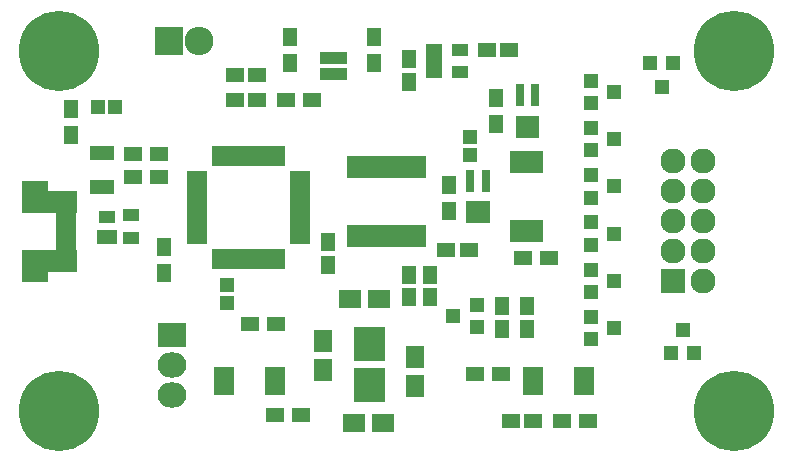
<source format=gts>
G04 #@! TF.FileFunction,Soldermask,Top*
%FSLAX46Y46*%
G04 Gerber Fmt 4.6, Leading zero omitted, Abs format (unit mm)*
G04 Created by KiCad (PCBNEW 4.0.4-stable) date 03/04/17 14:03:53*
%MOMM*%
%LPD*%
G01*
G04 APERTURE LIST*
%ADD10C,0.100000*%
%ADD11R,1.300000X1.600000*%
%ADD12R,1.150000X1.600000*%
%ADD13R,1.650000X1.900000*%
%ADD14R,1.600000X1.150000*%
%ADD15R,1.900000X1.650000*%
%ADD16R,1.600000X1.300000*%
%ADD17R,1.460000X1.050000*%
%ADD18R,1.700000X0.650000*%
%ADD19R,0.650000X1.700000*%
%ADD20R,0.850000X1.850000*%
%ADD21R,1.200100X1.200100*%
%ADD22R,1.250000X1.050000*%
%ADD23R,2.432000X2.432000*%
%ADD24O,2.432000X2.432000*%
%ADD25R,2.432000X2.127200*%
%ADD26O,2.432000X2.127200*%
%ADD27R,1.197560X1.197560*%
%ADD28R,1.800000X2.400000*%
%ADD29R,1.780000X0.850000*%
%ADD30R,2.500000X1.875000*%
%ADD31R,2.300000X2.775000*%
%ADD32R,1.400000X1.000000*%
%ADD33R,1.700000X1.300000*%
%ADD34R,0.740000X2.900000*%
%ADD35C,6.800000*%
%ADD36R,1.150000X1.200000*%
%ADD37R,2.100000X1.300000*%
%ADD38R,2.127200X2.127200*%
%ADD39O,2.127200X2.127200*%
%ADD40R,0.800000X1.900000*%
G04 APERTURE END LIST*
D10*
D11*
X51976500Y-63471500D03*
X51976500Y-65671500D03*
D12*
X80615000Y-61140000D03*
X80615000Y-59240000D03*
D13*
X73376000Y-85570000D03*
X73376000Y-83070000D03*
D14*
X87221500Y-58412000D03*
X89121500Y-58412000D03*
D15*
X78436000Y-90035000D03*
X75936000Y-90035000D03*
D13*
X81123000Y-86903500D03*
X81123000Y-84403500D03*
D14*
X91153500Y-89844500D03*
X89253500Y-89844500D03*
D12*
X73757000Y-74734000D03*
X73757000Y-76634000D03*
D14*
X83792500Y-75366500D03*
X85692500Y-75366500D03*
D15*
X78118500Y-79494000D03*
X75618500Y-79494000D03*
D12*
X88489000Y-80131500D03*
X88489000Y-82031500D03*
X90648000Y-80131500D03*
X90648000Y-82031500D03*
D11*
X59914000Y-77292000D03*
X59914000Y-75092000D03*
D16*
X88446000Y-85844000D03*
X86246000Y-85844000D03*
D11*
X70518500Y-59575500D03*
X70518500Y-57375500D03*
X77630500Y-59575500D03*
X77630500Y-57375500D03*
D17*
X82710500Y-58417000D03*
X82710500Y-59367000D03*
X82710500Y-60317000D03*
X84910500Y-60317000D03*
X84910500Y-58417000D03*
D18*
X62676000Y-69060500D03*
X62676000Y-69560500D03*
X62676000Y-70060500D03*
X62676000Y-70560500D03*
X62676000Y-71060500D03*
X62676000Y-71560500D03*
X62676000Y-72060500D03*
X62676000Y-72560500D03*
X62676000Y-73060500D03*
X62676000Y-73560500D03*
X62676000Y-74060500D03*
X62676000Y-74560500D03*
D19*
X64276000Y-76160500D03*
X64776000Y-76160500D03*
X65276000Y-76160500D03*
X65776000Y-76160500D03*
X66276000Y-76160500D03*
X66776000Y-76160500D03*
X67276000Y-76160500D03*
X67776000Y-76160500D03*
X68276000Y-76160500D03*
X68776000Y-76160500D03*
X69276000Y-76160500D03*
X69776000Y-76160500D03*
D18*
X71376000Y-74560500D03*
X71376000Y-74060500D03*
X71376000Y-73560500D03*
X71376000Y-73060500D03*
X71376000Y-72560500D03*
X71376000Y-72060500D03*
X71376000Y-71560500D03*
X71376000Y-71060500D03*
X71376000Y-70560500D03*
X71376000Y-70060500D03*
X71376000Y-69560500D03*
X71376000Y-69060500D03*
D19*
X69776000Y-67460500D03*
X69276000Y-67460500D03*
X68776000Y-67460500D03*
X68276000Y-67460500D03*
X67776000Y-67460500D03*
X67276000Y-67460500D03*
X66776000Y-67460500D03*
X66276000Y-67460500D03*
X65776000Y-67460500D03*
X65276000Y-67460500D03*
X64776000Y-67460500D03*
X64276000Y-67460500D03*
D20*
X81672500Y-68323500D03*
X81022500Y-68323500D03*
X80372500Y-68323500D03*
X79722500Y-68323500D03*
X79072500Y-68323500D03*
X78422500Y-68323500D03*
X77772500Y-68323500D03*
X77122500Y-68323500D03*
X76472500Y-68323500D03*
X75822500Y-68323500D03*
X75822500Y-74223500D03*
X76472500Y-74223500D03*
X77122500Y-74223500D03*
X77772500Y-74223500D03*
X78422500Y-74223500D03*
X79072500Y-74223500D03*
X79722500Y-74223500D03*
X80372500Y-74223500D03*
X81022500Y-74223500D03*
X81672500Y-74223500D03*
D21*
X86378260Y-81904500D03*
X86378260Y-80004500D03*
X84379280Y-80954500D03*
D22*
X74773000Y-60444000D03*
X73696700Y-60444000D03*
X74760300Y-59160700D03*
X73696700Y-59160700D03*
D23*
X60282300Y-57713500D03*
D24*
X62822300Y-57713500D03*
D25*
X60549000Y-82542000D03*
D26*
X60549000Y-85082000D03*
X60549000Y-87622000D03*
D27*
X55773800Y-63238000D03*
X54275200Y-63238000D03*
D28*
X95457000Y-86500000D03*
X91145000Y-86500000D03*
D16*
X95748500Y-89844500D03*
X93548500Y-89844500D03*
D29*
X51608900Y-75115400D03*
X51608900Y-74465400D03*
X51608900Y-73815400D03*
X51608900Y-73165400D03*
X51608900Y-72515400D03*
D30*
X51253300Y-76287300D03*
X51253300Y-71334300D03*
D31*
X48945900Y-70877100D03*
X48945900Y-76731800D03*
D32*
X55088000Y-72624900D03*
X57092700Y-74375900D03*
X57092700Y-72432800D03*
D33*
X55088000Y-74288500D03*
D34*
X78288000Y-86832000D03*
X78288000Y-83332000D03*
X77638000Y-86832000D03*
X77638000Y-83332000D03*
X76988000Y-86832000D03*
X76988000Y-83332000D03*
X76338000Y-86832000D03*
X76338000Y-83332000D03*
D35*
X51000000Y-58520000D03*
X51000000Y-89000000D03*
X108150000Y-89000000D03*
X108150000Y-58520000D03*
D16*
X71491500Y-89336500D03*
X69291500Y-89336500D03*
D28*
X64983000Y-86500000D03*
X69295000Y-86500000D03*
D36*
X85822000Y-65853500D03*
X85822000Y-67353500D03*
D27*
X65248000Y-79862300D03*
X65248000Y-78363700D03*
D21*
X95999240Y-69050000D03*
X95999240Y-70950000D03*
X97998220Y-70000000D03*
X102964500Y-59570240D03*
X101064500Y-59570240D03*
X102014500Y-61569220D03*
X95999240Y-73050000D03*
X95999240Y-74950000D03*
X97998220Y-74000000D03*
X102842500Y-84114260D03*
X104742500Y-84114260D03*
X103792500Y-82115280D03*
X95999240Y-61050000D03*
X95999240Y-62950000D03*
X97998220Y-62000000D03*
X95999240Y-65050000D03*
X95999240Y-66950000D03*
X97998220Y-66000000D03*
X95999240Y-77050000D03*
X95999240Y-78950000D03*
X97998220Y-78000000D03*
X95999240Y-81050000D03*
X95999240Y-82950000D03*
X97998220Y-82000000D03*
D37*
X54643500Y-70085500D03*
X54643500Y-67185500D03*
D38*
X102950000Y-78000000D03*
D39*
X105490000Y-78000000D03*
X102950000Y-75460000D03*
X105490000Y-75460000D03*
X102950000Y-72920000D03*
X105490000Y-72920000D03*
X102950000Y-70380000D03*
X105490000Y-70380000D03*
X102950000Y-67840000D03*
X105490000Y-67840000D03*
D16*
X59426500Y-67238500D03*
X57226500Y-67238500D03*
X59426500Y-69207000D03*
X57226500Y-69207000D03*
X69396000Y-81653000D03*
X67196000Y-81653000D03*
D11*
X87981000Y-62519000D03*
X87981000Y-64719000D03*
D16*
X92510000Y-76065000D03*
X90310000Y-76065000D03*
D11*
X84044000Y-69885000D03*
X84044000Y-72085000D03*
D20*
X91559500Y-67908000D03*
X90909500Y-67908000D03*
X90259500Y-67908000D03*
X89609500Y-67908000D03*
X89609500Y-73808000D03*
X90259500Y-73808000D03*
X90909500Y-73808000D03*
X91559500Y-73808000D03*
D14*
X65885500Y-62666500D03*
X67785500Y-62666500D03*
D40*
X89998000Y-64949000D03*
X90648000Y-64949000D03*
X91298000Y-64949000D03*
X91298000Y-62289000D03*
X89998000Y-62289000D03*
X85807000Y-72188000D03*
X86457000Y-72188000D03*
X87107000Y-72188000D03*
X87107000Y-69528000D03*
X85807000Y-69528000D03*
D16*
X72380500Y-62666500D03*
X70180500Y-62666500D03*
D12*
X80615000Y-77464500D03*
X80615000Y-79364500D03*
D14*
X65885500Y-60571000D03*
X67785500Y-60571000D03*
D12*
X82393000Y-77464500D03*
X82393000Y-79364500D03*
M02*

</source>
